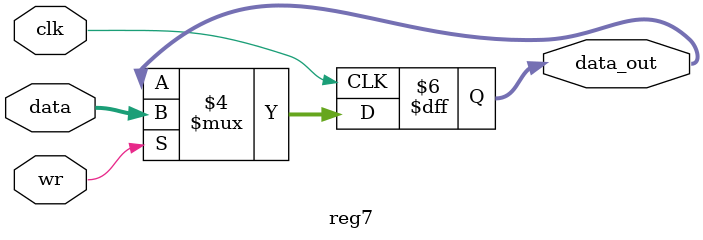
<source format=v>
module reg7(clk, wr, data, data_out);

input wire clk;
input wire [6:0] data;
input wire wr;
output reg [6:0] data_out;

initial begin
	data_out <= 7'd0;
end

always @ (posedge clk) begin
	if (wr==1) begin
		data_out <= data;
	end
end

endmodule

</source>
